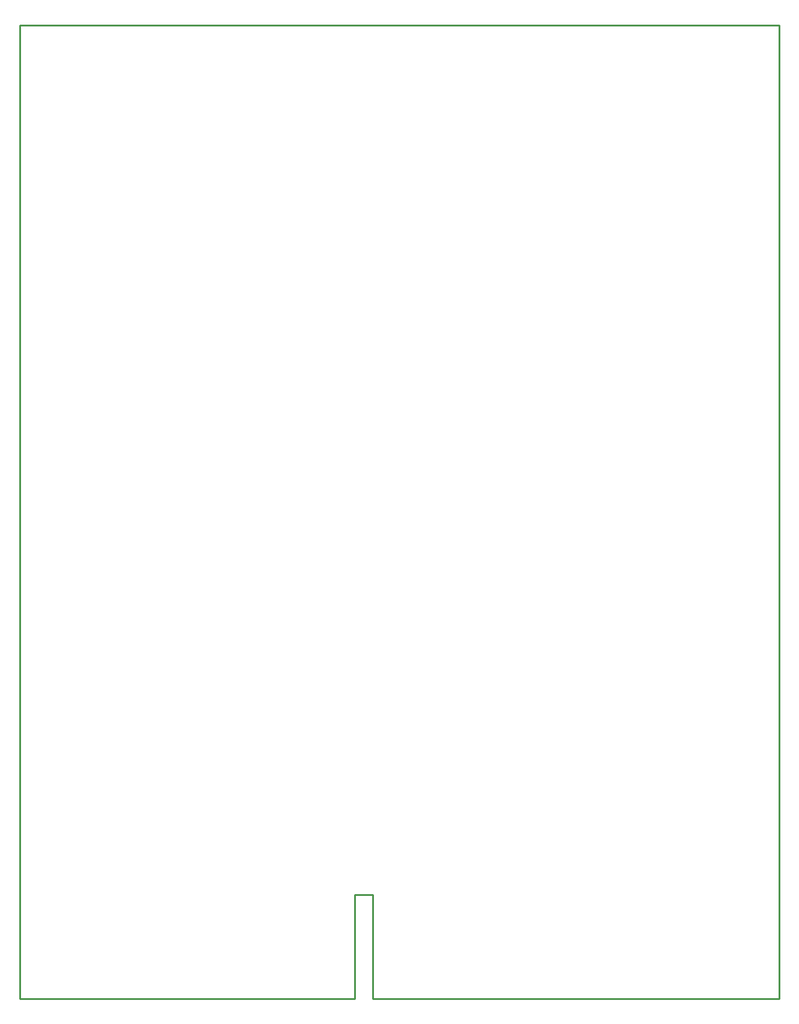
<source format=gko>
G04 Layer_Color=16711935*
%FSLAX25Y25*%
%MOIN*%
G70*
G01*
G75*
%ADD27C,0.01000*%
D27*
X279100Y130000D02*
X464500D01*
X474500D02*
X699800D01*
X474500D02*
Y187700D01*
X464500Y130000D02*
Y187700D01*
X699900Y130100D02*
Y669800D01*
X279100D02*
X699900D01*
X279000Y130100D02*
X279100Y130200D01*
Y669800D01*
X464500Y187700D02*
X474500D01*
M02*

</source>
